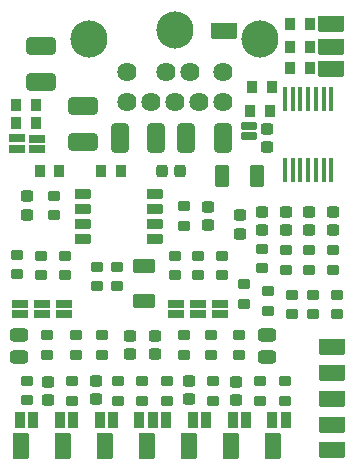
<source format=gts>
G04 #@! TF.GenerationSoftware,KiCad,Pcbnew,9.0.1*
G04 #@! TF.CreationDate,2025-04-29T17:01:15-07:00*
G04 #@! TF.ProjectId,3bp v2.1,33627020-7632-42e3-912e-6b696361645f,rev?*
G04 #@! TF.SameCoordinates,Original*
G04 #@! TF.FileFunction,Soldermask,Top*
G04 #@! TF.FilePolarity,Negative*
%FSLAX46Y46*%
G04 Gerber Fmt 4.6, Leading zero omitted, Abs format (unit mm)*
G04 Created by KiCad (PCBNEW 9.0.1) date 2025-04-29 17:01:15*
%MOMM*%
%LPD*%
G01*
G04 APERTURE LIST*
G04 Aperture macros list*
%AMRoundRect*
0 Rectangle with rounded corners*
0 $1 Rounding radius*
0 $2 $3 $4 $5 $6 $7 $8 $9 X,Y pos of 4 corners*
0 Add a 4 corners polygon primitive as box body*
4,1,4,$2,$3,$4,$5,$6,$7,$8,$9,$2,$3,0*
0 Add four circle primitives for the rounded corners*
1,1,$1+$1,$2,$3*
1,1,$1+$1,$4,$5*
1,1,$1+$1,$6,$7*
1,1,$1+$1,$8,$9*
0 Add four rect primitives between the rounded corners*
20,1,$1+$1,$2,$3,$4,$5,0*
20,1,$1+$1,$4,$5,$6,$7,0*
20,1,$1+$1,$6,$7,$8,$9,0*
20,1,$1+$1,$8,$9,$2,$3,0*%
G04 Aperture macros list end*
%ADD10RoundRect,0.225500X0.225500X0.300500X-0.225500X0.300500X-0.225500X-0.300500X0.225500X-0.300500X0*%
%ADD11RoundRect,0.225500X-0.225500X-0.300500X0.225500X-0.300500X0.225500X0.300500X-0.225500X0.300500X0*%
%ADD12RoundRect,0.269030X0.976970X-0.451970X0.976970X0.451970X-0.976970X0.451970X-0.976970X-0.451970X0*%
%ADD13RoundRect,0.269030X-0.451970X-0.976970X0.451970X-0.976970X0.451970X0.976970X-0.451970X0.976970X0*%
%ADD14RoundRect,0.269030X0.451970X0.976970X-0.451970X0.976970X-0.451970X-0.976970X0.451970X-0.976970X0*%
%ADD15RoundRect,0.250500X-0.275500X0.250500X-0.275500X-0.250500X0.275500X-0.250500X0.275500X0.250500X0*%
%ADD16RoundRect,0.272174X-0.353826X-0.678826X0.353826X-0.678826X0.353826X0.678826X-0.353826X0.678826X0*%
%ADD17RoundRect,0.250500X0.250500X0.275500X-0.250500X0.275500X-0.250500X-0.275500X0.250500X-0.275500X0*%
%ADD18RoundRect,0.250500X0.275500X-0.250500X0.275500X0.250500X-0.275500X0.250500X-0.275500X-0.250500X0*%
%ADD19RoundRect,0.225500X0.300500X-0.225500X0.300500X0.225500X-0.300500X0.225500X-0.300500X-0.225500X0*%
%ADD20RoundRect,0.225500X-0.300500X0.225500X-0.300500X-0.225500X0.300500X-0.225500X0.300500X0.225500X0*%
%ADD21RoundRect,0.272174X-0.678826X0.353826X-0.678826X-0.353826X0.678826X-0.353826X0.678826X0.353826X0*%
%ADD22RoundRect,0.275500X-0.500500X0.275500X-0.500500X-0.275500X0.500500X-0.275500X0.500500X0.275500X0*%
%ADD23RoundRect,0.051000X0.635000X-0.317500X0.635000X0.317500X-0.635000X0.317500X-0.635000X-0.317500X0*%
%ADD24RoundRect,0.051000X0.627000X0.270000X-0.627000X0.270000X-0.627000X-0.270000X0.627000X-0.270000X0*%
%ADD25RoundRect,0.051000X1.016000X-0.635000X1.016000X0.635000X-1.016000X0.635000X-1.016000X-0.635000X0*%
%ADD26C,1.626000*%
%ADD27C,3.150000*%
%ADD28RoundRect,0.051000X0.400000X-0.635000X0.400000X0.635000X-0.400000X0.635000X-0.400000X-0.635000X0*%
%ADD29RoundRect,0.051000X-1.016000X0.635000X-1.016000X-0.635000X1.016000X-0.635000X1.016000X0.635000X0*%
%ADD30RoundRect,0.051000X-0.635000X0.360000X-0.635000X-0.360000X0.635000X-0.360000X0.635000X0.360000X0*%
%ADD31RoundRect,0.051000X-0.635000X-1.016000X0.635000X-1.016000X0.635000X1.016000X-0.635000X1.016000X0*%
%ADD32RoundRect,0.051000X0.150000X-1.000000X0.150000X1.000000X-0.150000X1.000000X-0.150000X-1.000000X0*%
G04 APERTURE END LIST*
D10*
G04 #@! TO.C,R42*
X126925000Y-89800000D03*
X125275000Y-89800000D03*
G04 #@! TD*
G04 #@! TO.C,R41*
X126925000Y-91300000D03*
X125275000Y-91300000D03*
G04 #@! TD*
G04 #@! TO.C,R39*
X150125000Y-84860000D03*
X148475000Y-84860000D03*
G04 #@! TD*
G04 #@! TO.C,R40*
X150125000Y-82960000D03*
X148475000Y-82960000D03*
G04 #@! TD*
D11*
G04 #@! TO.C,R10*
X145275000Y-88300000D03*
X146925000Y-88300000D03*
G04 #@! TD*
D10*
G04 #@! TO.C,R38*
X150125000Y-86700000D03*
X148475000Y-86700000D03*
G04 #@! TD*
D11*
G04 #@! TO.C,R11*
X145075000Y-90300000D03*
X146725000Y-90300000D03*
G04 #@! TD*
D12*
G04 #@! TO.C,C23*
X127400000Y-87867000D03*
X127400000Y-84787000D03*
G04 #@! TD*
G04 #@! TO.C,C22*
X130900000Y-92940000D03*
X130900000Y-89860000D03*
G04 #@! TD*
D13*
G04 #@! TO.C,C21*
X137140000Y-92582000D03*
X134060000Y-92582000D03*
G04 #@! TD*
D14*
G04 #@! TO.C,C8*
X142740000Y-92600000D03*
X139660000Y-92600000D03*
G04 #@! TD*
D15*
G04 #@! TO.C,C6*
X146500000Y-91825000D03*
X146500000Y-93375000D03*
G04 #@! TD*
D16*
G04 #@! TO.C,C7*
X142725000Y-95800000D03*
X145675000Y-95800000D03*
G04 #@! TD*
D17*
G04 #@! TO.C,C20*
X139175000Y-95400000D03*
X137625000Y-95400000D03*
G04 #@! TD*
D11*
G04 #@! TO.C,R36*
X132475000Y-95400000D03*
X134125000Y-95400000D03*
G04 #@! TD*
D10*
G04 #@! TO.C,R37*
X128925000Y-95400000D03*
X127275000Y-95400000D03*
G04 #@! TD*
D18*
G04 #@! TO.C,C19*
X126200000Y-99075000D03*
X126200000Y-97525000D03*
G04 #@! TD*
D19*
G04 #@! TO.C,R34*
X128500000Y-99125000D03*
X128500000Y-97475000D03*
G04 #@! TD*
D20*
G04 #@! TO.C,R35*
X139500000Y-98375000D03*
X139500000Y-100025000D03*
G04 #@! TD*
D15*
G04 #@! TO.C,C18*
X141500000Y-98425000D03*
X141500000Y-99975000D03*
G04 #@! TD*
D18*
G04 #@! TO.C,C1*
X144200000Y-100675000D03*
X144200000Y-99125000D03*
G04 #@! TD*
D15*
G04 #@! TO.C,C3*
X148100000Y-98825000D03*
X148100000Y-100375000D03*
G04 #@! TD*
D18*
G04 #@! TO.C,C5*
X152100000Y-100375000D03*
X152100000Y-98825000D03*
G04 #@! TD*
G04 #@! TO.C,C2*
X146100000Y-100375000D03*
X146100000Y-98825000D03*
G04 #@! TD*
G04 #@! TO.C,C4*
X150100000Y-100375000D03*
X150100000Y-98825000D03*
G04 #@! TD*
D19*
G04 #@! TO.C,R8*
X150100000Y-103725000D03*
X150100000Y-102075000D03*
G04 #@! TD*
G04 #@! TO.C,R9*
X152100000Y-103725000D03*
X152100000Y-102075000D03*
G04 #@! TD*
G04 #@! TO.C,R7*
X148100000Y-103725000D03*
X148100000Y-102075000D03*
G04 #@! TD*
G04 #@! TO.C,R6*
X146100000Y-103625000D03*
X146100000Y-101975000D03*
G04 #@! TD*
G04 #@! TO.C,R28*
X142700000Y-104225000D03*
X142700000Y-102575000D03*
G04 #@! TD*
G04 #@! TO.C,R29*
X140700000Y-104225000D03*
X140700000Y-102575000D03*
G04 #@! TD*
G04 #@! TO.C,R30*
X138700000Y-104225000D03*
X138700000Y-102575000D03*
G04 #@! TD*
D20*
G04 #@! TO.C,R2*
X146600000Y-105575000D03*
X146600000Y-107225000D03*
G04 #@! TD*
G04 #@! TO.C,R3*
X148600000Y-105875000D03*
X148600000Y-107525000D03*
G04 #@! TD*
G04 #@! TO.C,R5*
X152400000Y-105875000D03*
X152400000Y-107525000D03*
G04 #@! TD*
G04 #@! TO.C,R4*
X150400000Y-105875000D03*
X150400000Y-107525000D03*
G04 #@! TD*
D19*
G04 #@! TO.C,R1*
X144572000Y-106625000D03*
X144572000Y-104975000D03*
G04 #@! TD*
G04 #@! TO.C,R26*
X133800000Y-105125000D03*
X133800000Y-103475000D03*
G04 #@! TD*
G04 #@! TO.C,R33*
X125357000Y-104125000D03*
X125357000Y-102475000D03*
G04 #@! TD*
G04 #@! TO.C,R31*
X129434000Y-104225000D03*
X129434000Y-102575000D03*
G04 #@! TD*
G04 #@! TO.C,R32*
X127363000Y-104225000D03*
X127363000Y-102575000D03*
G04 #@! TD*
G04 #@! TO.C,R27*
X132100000Y-105125000D03*
X132100000Y-103475000D03*
G04 #@! TD*
D21*
G04 #@! TO.C,C17*
X136100000Y-103425000D03*
X136100000Y-106375000D03*
G04 #@! TD*
D15*
G04 #@! TO.C,C13*
X134900000Y-109325000D03*
X134900000Y-110875000D03*
G04 #@! TD*
G04 #@! TO.C,C12*
X137000000Y-109325000D03*
X137000000Y-110875000D03*
G04 #@! TD*
D19*
G04 #@! TO.C,R21*
X141800000Y-110925000D03*
X141800000Y-109275000D03*
G04 #@! TD*
G04 #@! TO.C,R24*
X130300000Y-110925000D03*
X130300000Y-109275000D03*
G04 #@! TD*
G04 #@! TO.C,R23*
X132500000Y-110925000D03*
X132500000Y-109275000D03*
G04 #@! TD*
G04 #@! TO.C,R25*
X127900000Y-110925000D03*
X127900000Y-109275000D03*
G04 #@! TD*
G04 #@! TO.C,R20*
X144100000Y-110925000D03*
X144100000Y-109275000D03*
G04 #@! TD*
G04 #@! TO.C,R22*
X139500000Y-110925000D03*
X139500000Y-109275000D03*
G04 #@! TD*
D22*
G04 #@! TO.C,C9*
X146500000Y-109250000D03*
X146500000Y-111150000D03*
G04 #@! TD*
G04 #@! TO.C,C16*
X125500000Y-109250000D03*
X125500000Y-111150000D03*
G04 #@! TD*
D15*
G04 #@! TO.C,C10*
X143900000Y-113225000D03*
X143900000Y-114775000D03*
G04 #@! TD*
D18*
G04 #@! TO.C,C11*
X139900000Y-114675000D03*
X139900000Y-113125000D03*
G04 #@! TD*
G04 #@! TO.C,C15*
X128000000Y-114775000D03*
X128000000Y-113225000D03*
G04 #@! TD*
D15*
G04 #@! TO.C,C14*
X132000000Y-113125000D03*
X132000000Y-114675000D03*
G04 #@! TD*
D19*
G04 #@! TO.C,R19*
X126200000Y-113150000D03*
X126200000Y-114800000D03*
G04 #@! TD*
G04 #@! TO.C,R15*
X138000000Y-114825000D03*
X138000000Y-113175000D03*
G04 #@! TD*
G04 #@! TO.C,R16*
X135900000Y-114825000D03*
X135900000Y-113175000D03*
G04 #@! TD*
G04 #@! TO.C,R12*
X148000000Y-114825000D03*
X148000000Y-113175000D03*
G04 #@! TD*
G04 #@! TO.C,R18*
X130000000Y-114825000D03*
X130000000Y-113175000D03*
G04 #@! TD*
G04 #@! TO.C,R13*
X145900000Y-114825000D03*
X145900000Y-113175000D03*
G04 #@! TD*
G04 #@! TO.C,R17*
X133900000Y-114825000D03*
X133900000Y-113175000D03*
G04 #@! TD*
G04 #@! TO.C,R14*
X141900000Y-114825000D03*
X141900000Y-113175000D03*
G04 #@! TD*
D23*
G04 #@! TO.C,*
X125300000Y-92600000D03*
G04 #@! TD*
G04 #@! TO.C,*
X125300000Y-93500000D03*
G04 #@! TD*
G04 #@! TO.C,*
X127000000Y-92636000D03*
G04 #@! TD*
G04 #@! TO.C,*
X127000000Y-93500000D03*
G04 #@! TD*
D24*
G04 #@! TO.C,*
X145000000Y-92400000D03*
G04 #@! TD*
D25*
G04 #@! TO.C,*
X142900000Y-83500000D03*
G04 #@! TD*
D24*
G04 #@! TO.C,*
X145000000Y-91600000D03*
G04 #@! TD*
D26*
G04 #@! TO.C,CON1*
X139949000Y-86969000D03*
X137917000Y-86969000D03*
X142743000Y-86969000D03*
X140711000Y-89509000D03*
X138679000Y-89509000D03*
X134615000Y-86969000D03*
X142743000Y-89509000D03*
X136647000Y-89509000D03*
X134615000Y-89509000D03*
D27*
X131440000Y-84175000D03*
X138679000Y-83413000D03*
X145918000Y-84175000D03*
G04 #@! TD*
D28*
G04 #@! TO.C,c*
X132350000Y-116433000D03*
X133468000Y-116433000D03*
G04 #@! TD*
D25*
G04 #@! TO.C,*
X151947000Y-84860000D03*
G04 #@! TD*
D23*
G04 #@! TO.C,1*
X138819000Y-107518000D03*
X140673000Y-107518000D03*
X142528000Y-107518000D03*
X138819000Y-106654000D03*
X140673000Y-106654000D03*
X142528000Y-106654000D03*
G04 #@! TD*
G04 #@! TO.C,1*
X125598000Y-107492000D03*
X127452000Y-107492000D03*
X129307000Y-107492000D03*
X125598000Y-106628000D03*
X127452000Y-106628000D03*
X129307000Y-106628000D03*
G04 #@! TD*
D28*
G04 #@! TO.C,e*
X140207000Y-116433000D03*
X141325000Y-116433000D03*
G04 #@! TD*
D29*
G04 #@! TO.C,5V1*
X152052000Y-119036000D03*
G04 #@! TD*
D25*
G04 #@! TO.C,*
X151947000Y-86760000D03*
G04 #@! TD*
D30*
G04 #@! TO.C,U1*
X130942000Y-97345000D03*
X130942000Y-98615000D03*
X130945000Y-99883000D03*
X130942000Y-101155000D03*
X137044000Y-101157000D03*
X137043000Y-99883000D03*
X137043000Y-98613000D03*
X137043000Y-97343000D03*
G04 #@! TD*
D25*
G04 #@! TO.C,B1*
X152027000Y-110299000D03*
G04 #@! TD*
D28*
G04 #@! TO.C,f*
X143590000Y-116433000D03*
X144708000Y-116433000D03*
G04 #@! TD*
D31*
G04 #@! TO.C,SR2*
X129243000Y-118681000D03*
G04 #@! TD*
D25*
G04 #@! TO.C,G1*
X152027000Y-112483000D03*
G04 #@! TD*
G04 #@! TO.C,*
X151947000Y-82960000D03*
G04 #@! TD*
D31*
G04 #@! TO.C,YR2*
X125687000Y-118681000D03*
G04 #@! TD*
D28*
G04 #@! TO.C,a*
X125585000Y-116433000D03*
X126703000Y-116433000D03*
G04 #@! TD*
D25*
G04 #@! TO.C,S1*
X152027000Y-116852000D03*
G04 #@! TD*
D28*
G04 #@! TO.C,b*
X128968000Y-116433000D03*
X130086000Y-116433000D03*
G04 #@! TD*
D31*
G04 #@! TO.C,YL1*
X147023000Y-118681000D03*
G04 #@! TD*
G04 #@! TO.C,SN1*
X136355000Y-118681000D03*
G04 #@! TD*
G04 #@! TO.C,XL1*
X143467000Y-118681000D03*
G04 #@! TD*
D28*
G04 #@! TO.C,g*
X146972000Y-116433000D03*
X148090000Y-116433000D03*
G04 #@! TD*
D32*
G04 #@! TO.C,U2*
X148042000Y-95273000D03*
X148692000Y-95273000D03*
X149342000Y-95273000D03*
X149993000Y-95273000D03*
X150642000Y-95273000D03*
X151291000Y-95273000D03*
X151941000Y-95273000D03*
X151941000Y-89272000D03*
X151291000Y-89272000D03*
X150642000Y-89272000D03*
X149993000Y-89272000D03*
X149342000Y-89272000D03*
X148692000Y-89272000D03*
X148042000Y-89272000D03*
G04 #@! TD*
D31*
G04 #@! TO.C,XR2*
X132799000Y-118681000D03*
G04 #@! TD*
G04 #@! TO.C,SL1*
X139911000Y-118681000D03*
G04 #@! TD*
D28*
G04 #@! TO.C,d*
X135707000Y-116433000D03*
X136825000Y-116433000D03*
X137942000Y-116433000D03*
G04 #@! TD*
D25*
G04 #@! TO.C,RIN*
X152027000Y-114668000D03*
G04 #@! TD*
M02*

</source>
